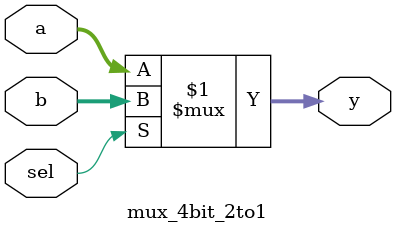
<source format=v>
module mux_4bit_2to1 (
    input [3:0] a,      // 4-bit input a
    input [3:0] b,      // 4-bit input b
    input sel,          // Selection input
    output [3:0] y      // 4-bit output
);

    // When sel = 0, y = a
    // When sel = 1, y = b
    assign y = sel ? b : a;

endmodule 
</source>
